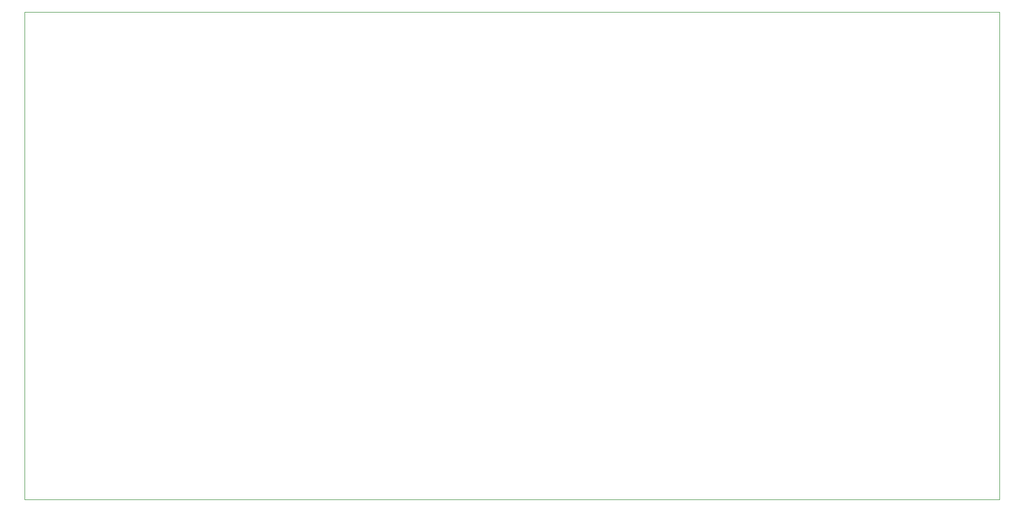
<source format=gko>
%TF.GenerationSoftware,KiCad,Pcbnew,(6.0.9)*%
%TF.CreationDate,2023-05-29T16:16:24-07:00*%
%TF.ProjectId,DSP_TU,4453505f-5455-42e6-9b69-6361645f7063,rev?*%
%TF.SameCoordinates,Original*%
%TF.FileFunction,Profile,NP*%
%FSLAX46Y46*%
G04 Gerber Fmt 4.6, Leading zero omitted, Abs format (unit mm)*
G04 Created by KiCad (PCBNEW (6.0.9)) date 2023-05-29 16:16:24*
%MOMM*%
%LPD*%
G01*
G04 APERTURE LIST*
%TA.AperFunction,Profile*%
%ADD10C,0.050000*%
%TD*%
G04 APERTURE END LIST*
D10*
X38000000Y-117862000D02*
X196000000Y-117862000D01*
X196000000Y-117862000D02*
X196000000Y-38862000D01*
X196000000Y-38862000D02*
X38000000Y-38862000D01*
X38000000Y-38862000D02*
X38000000Y-117862000D01*
M02*

</source>
